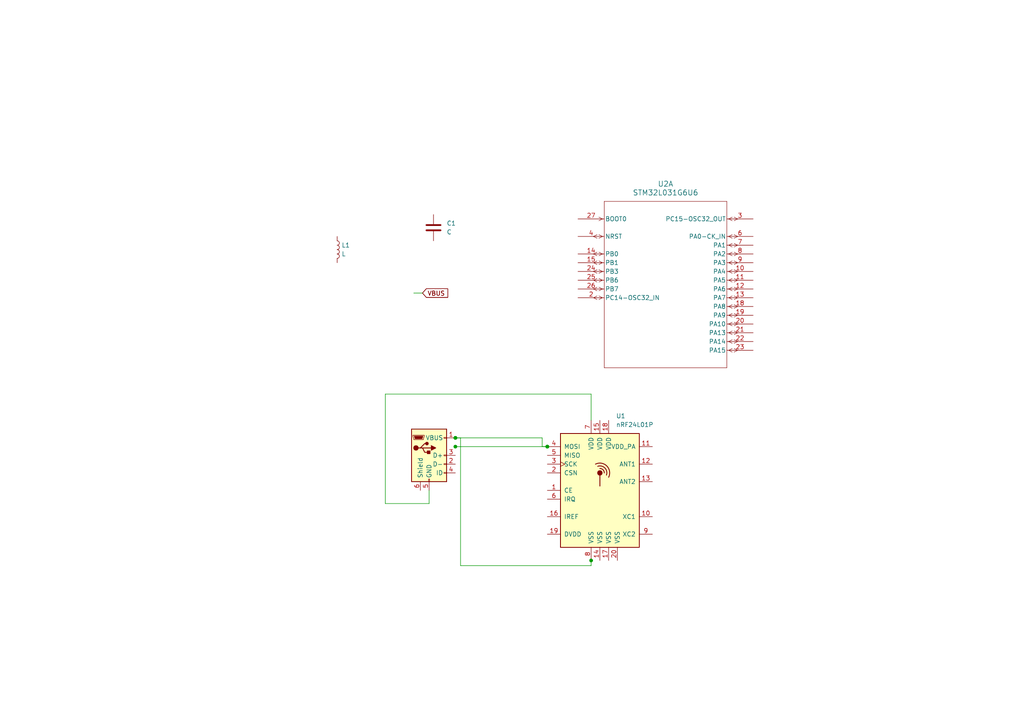
<source format=kicad_sch>
(kicad_sch (version 20250114) (generator "eeschema") (generator_version "9.0")
  (paper "A4")
  (lib_symbols
    (symbol "2025-10-06_16-47-25:STM32L031G6U6" (pin_names (offset 0.254))
      (property "Reference" "U" (at 25.4 10.16 0))
      (property "Value" "STM32L031G6U6" (at 25.4 7.62 0))
      (symbol "STM32L031G6U6_1_1"
        (polyline (pts (xy 5.5372 -4.5593) (xy 4.4958 -5.08)) (stroke (width 0.127)))
        (polyline (pts (xy 5.5372 -5.6007) (xy 4.4958 -5.08)) (stroke (width 0.127)))
        (polyline (pts (xy 5.5372 -9.6393) (xy 4.4958 -10.16)) (stroke (width 0.127)))
        (polyline (pts (xy 5.5372 -10.6807) (xy 4.4958 -10.16)) (stroke (width 0.127)))
        (polyline (pts (xy 5.5372 -12.1793) (xy 4.4958 -12.7)) (stroke (width 0.127)))
        (polyline (pts (xy 5.5372 -13.2207) (xy 4.4958 -12.7)) (stroke (width 0.127)))
        (polyline (pts (xy 5.5372 -14.7193) (xy 4.4958 -15.24)) (stroke (width 0.127)))
        (polyline (pts (xy 5.5372 -15.7607) (xy 4.4958 -15.24)) (stroke (width 0.127)))
        (polyline (pts (xy 5.5372 -17.2593) (xy 4.4958 -17.78)) (stroke (width 0.127)))
        (polyline (pts (xy 5.5372 -18.3007) (xy 4.4958 -17.78)) (stroke (width 0.127)))
        (polyline (pts (xy 5.5372 -19.7993) (xy 4.4958 -20.32)) (stroke (width 0.127)))
        (polyline (pts (xy 5.5372 -20.8407) (xy 4.4958 -20.32)) (stroke (width 0.127)))
        (polyline (pts (xy 5.5372 -22.3393) (xy 4.4958 -22.86)) (stroke (width 0.127)))
        (polyline (pts (xy 5.5372 -23.3807) (xy 4.4958 -22.86)) (stroke (width 0.127)))
        (polyline (pts (xy 7.0993 0) (xy 6.0579 0.5207)) (stroke (width 0.127)))
        (polyline (pts (xy 7.0993 0) (xy 6.0579 -0.5207)) (stroke (width 0.127)))
        (polyline (pts (xy 7.0993 -5.08) (xy 6.0579 -4.5593)) (stroke (width 0.127)))
        (polyline (pts (xy 7.0993 -5.08) (xy 6.0579 -5.6007)) (stroke (width 0.127)))
        (polyline (pts (xy 7.0993 -10.16) (xy 6.0579 -9.6393)) (stroke (width 0.127)))
        (polyline (pts (xy 7.0993 -10.16) (xy 6.0579 -10.6807)) (stroke (width 0.127)))
        (polyline (pts (xy 7.0993 -12.7) (xy 6.0579 -12.1793)) (stroke (width 0.127)))
        (polyline (pts (xy 7.0993 -12.7) (xy 6.0579 -13.2207)) (stroke (width 0.127)))
        (polyline (pts (xy 7.0993 -15.24) (xy 6.0579 -14.7193)) (stroke (width 0.127)))
        (polyline (pts (xy 7.0993 -15.24) (xy 6.0579 -15.7607)) (stroke (width 0.127)))
        (polyline (pts (xy 7.0993 -17.78) (xy 6.0579 -17.2593)) (stroke (width 0.127)))
        (polyline (pts (xy 7.0993 -17.78) (xy 6.0579 -18.3007)) (stroke (width 0.127)))
        (polyline (pts (xy 7.0993 -20.32) (xy 6.0579 -19.7993)) (stroke (width 0.127)))
        (polyline (pts (xy 7.0993 -20.32) (xy 6.0579 -20.8407)) (stroke (width 0.127)))
        (polyline (pts (xy 7.0993 -22.86) (xy 6.0579 -22.3393)) (stroke (width 0.127)))
        (polyline (pts (xy 7.0993 -22.86) (xy 6.0579 -23.3807)) (stroke (width 0.127)))
        (polyline (pts (xy 7.62 5.08) (xy 7.62 -43.18)) (stroke (width 0.127)))
        (polyline (pts (xy 7.62 -43.18) (xy 43.18 -43.18)) (stroke (width 0.127)))
        (polyline (pts (xy 43.18 5.08) (xy 7.62 5.08)) (stroke (width 0.127)))
        (polyline (pts (xy 43.18 -43.18) (xy 43.18 5.08)) (stroke (width 0.127)))
        (polyline (pts (xy 43.7007 0) (xy 44.7421 0.5207)) (stroke (width 0.127)))
        (polyline (pts (xy 43.7007 0) (xy 44.7421 -0.5207)) (stroke (width 0.127)))
        (polyline (pts (xy 43.7007 -5.08) (xy 44.7421 -4.5593)) (stroke (width 0.127)))
        (polyline (pts (xy 43.7007 -5.08) (xy 44.7421 -5.6007)) (stroke (width 0.127)))
        (polyline (pts (xy 43.7007 -7.62) (xy 44.7421 -7.0993)) (stroke (width 0.127)))
        (polyline (pts (xy 43.7007 -7.62) (xy 44.7421 -8.1407)) (stroke (width 0.127)))
        (polyline (pts (xy 43.7007 -10.16) (xy 44.7421 -9.6393)) (stroke (width 0.127)))
        (polyline (pts (xy 43.7007 -10.16) (xy 44.7421 -10.6807)) (stroke (width 0.127)))
        (polyline (pts (xy 43.7007 -12.7) (xy 44.7421 -12.1793)) (stroke (width 0.127)))
        (polyline (pts (xy 43.7007 -12.7) (xy 44.7421 -13.2207)) (stroke (width 0.127)))
        (polyline (pts (xy 43.7007 -15.24) (xy 44.7421 -14.7193)) (stroke (width 0.127)))
        (polyline (pts (xy 43.7007 -15.24) (xy 44.7421 -15.7607)) (stroke (width 0.127)))
        (polyline (pts (xy 43.7007 -17.78) (xy 44.7421 -17.2593)) (stroke (width 0.127)))
        (polyline (pts (xy 43.7007 -17.78) (xy 44.7421 -18.3007)) (stroke (width 0.127)))
        (polyline (pts (xy 43.7007 -20.32) (xy 44.7421 -19.7993)) (stroke (width 0.127)))
        (polyline (pts (xy 43.7007 -20.32) (xy 44.7421 -20.8407)) (stroke (width 0.127)))
        (polyline (pts (xy 43.7007 -22.86) (xy 44.7421 -22.3393)) (stroke (width 0.127)))
        (polyline (pts (xy 43.7007 -22.86) (xy 44.7421 -23.3807)) (stroke (width 0.127)))
        (polyline (pts (xy 43.7007 -25.4) (xy 44.7421 -24.8793)) (stroke (width 0.127)))
        (polyline (pts (xy 43.7007 -25.4) (xy 44.7421 -25.9207)) (stroke (width 0.127)))
        (polyline (pts (xy 43.7007 -27.94) (xy 44.7421 -27.4193)) (stroke (width 0.127)))
        (polyline (pts (xy 43.7007 -27.94) (xy 44.7421 -28.4607)) (stroke (width 0.127)))
        (polyline (pts (xy 43.7007 -30.48) (xy 44.7421 -29.9593)) (stroke (width 0.127)))
        (polyline (pts (xy 43.7007 -30.48) (xy 44.7421 -31.0007)) (stroke (width 0.127)))
        (polyline (pts (xy 43.7007 -33.02) (xy 44.7421 -32.4993)) (stroke (width 0.127)))
        (polyline (pts (xy 43.7007 -33.02) (xy 44.7421 -33.5407)) (stroke (width 0.127)))
        (polyline (pts (xy 43.7007 -35.56) (xy 44.7421 -35.0393)) (stroke (width 0.127)))
        (polyline (pts (xy 43.7007 -35.56) (xy 44.7421 -36.0807)) (stroke (width 0.127)))
        (polyline (pts (xy 43.7007 -38.1) (xy 44.7421 -37.5793)) (stroke (width 0.127)))
        (polyline (pts (xy 43.7007 -38.1) (xy 44.7421 -38.6207)) (stroke (width 0.127)))
        (polyline (pts (xy 45.2628 0.5207) (xy 46.3042 0)) (stroke (width 0.127)))
        (polyline (pts (xy 45.2628 -0.5207) (xy 46.3042 0)) (stroke (width 0.127)))
        (polyline (pts (xy 45.2628 -4.5593) (xy 46.3042 -5.08)) (stroke (width 0.127)))
        (polyline (pts (xy 45.2628 -5.6007) (xy 46.3042 -5.08)) (stroke (width 0.127)))
        (polyline (pts (xy 45.2628 -7.0993) (xy 46.3042 -7.62)) (stroke (width 0.127)))
        (polyline (pts (xy 45.2628 -8.1407) (xy 46.3042 -7.62)) (stroke (width 0.127)))
        (polyline (pts (xy 45.2628 -9.6393) (xy 46.3042 -10.16)) (stroke (width 0.127)))
        (polyline (pts (xy 45.2628 -10.6807) (xy 46.3042 -10.16)) (stroke (width 0.127)))
        (polyline (pts (xy 45.2628 -12.1793) (xy 46.3042 -12.7)) (stroke (width 0.127)))
        (polyline (pts (xy 45.2628 -13.2207) (xy 46.3042 -12.7)) (stroke (width 0.127)))
        (polyline (pts (xy 45.2628 -14.7193) (xy 46.3042 -15.24)) (stroke (width 0.127)))
        (polyline (pts (xy 45.2628 -15.7607) (xy 46.3042 -15.24)) (stroke (width 0.127)))
        (polyline (pts (xy 45.2628 -17.2593) (xy 46.3042 -17.78)) (stroke (width 0.127)))
        (polyline (pts (xy 45.2628 -18.3007) (xy 46.3042 -17.78)) (stroke (width 0.127)))
        (polyline (pts (xy 45.2628 -19.7993) (xy 46.3042 -20.32)) (stroke (width 0.127)))
        (polyline (pts (xy 45.2628 -20.8407) (xy 46.3042 -20.32)) (stroke (width 0.127)))
        (polyline (pts (xy 45.2628 -22.3393) (xy 46.3042 -22.86)) (stroke (width 0.127)))
        (polyline (pts (xy 45.2628 -23.3807) (xy 46.3042 -22.86)) (stroke (width 0.127)))
        (polyline (pts (xy 45.2628 -24.8793) (xy 46.3042 -25.4)) (stroke (width 0.127)))
        (polyline (pts (xy 45.2628 -25.9207) (xy 46.3042 -25.4)) (stroke (width 0.127)))
        (polyline (pts (xy 45.2628 -27.4193) (xy 46.3042 -27.94)) (stroke (width 0.127)))
        (polyline (pts (xy 45.2628 -28.4607) (xy 46.3042 -27.94)) (stroke (width 0.127)))
        (polyline (pts (xy 45.2628 -29.9593) (xy 46.3042 -30.48)) (stroke (width 0.127)))
        (polyline (pts (xy 45.2628 -31.0007) (xy 46.3042 -30.48)) (stroke (width 0.127)))
        (polyline (pts (xy 45.2628 -32.4993) (xy 46.3042 -33.02)) (stroke (width 0.127)))
        (polyline (pts (xy 45.2628 -33.5407) (xy 46.3042 -33.02)) (stroke (width 0.127)))
        (polyline (pts (xy 45.2628 -35.0393) (xy 46.3042 -35.56)) (stroke (width 0.127)))
        (polyline (pts (xy 45.2628 -36.0807) (xy 46.3042 -35.56)) (stroke (width 0.127)))
        (polyline (pts (xy 45.2628 -37.5793) (xy 46.3042 -38.1)) (stroke (width 0.127)))
        (polyline (pts (xy 45.2628 -38.6207) (xy 46.3042 -38.1)) (stroke (width 0.127)))
        (pin input line (at 0 0 0) (length 7.62) (name "BOOT0") (number "27"))
        (pin bidirectional line (at 0 -5.08 0) (length 7.62) (name "NRST") (number "4"))
        (pin bidirectional line (at 0 -10.16 0) (length 7.62) (name "PB0") (number "14"))
        (pin bidirectional line (at 0 -12.7 0) (length 7.62) (name "PB1") (number "15"))
        (pin bidirectional line (at 0 -15.24 0) (length 7.62) (name "PB3") (number "24"))
        (pin bidirectional line (at 0 -17.78 0) (length 7.62) (name "PB6") (number "25"))
        (pin bidirectional line (at 0 -20.32 0) (length 7.62) (name "PB7") (number "26"))
        (pin bidirectional line (at 0 -22.86 0) (length 7.62) (name "PC14-OSC32_IN") (number "2"))
        (pin bidirectional line (at 50.8 0 180) (length 7.62) (name "PC15-OSC32_OUT") (number "3"))
        (pin bidirectional line (at 50.8 -5.08 180) (length 7.62) (name "PA0-CK_IN") (number "6"))
        (pin bidirectional line (at 50.8 -7.62 180) (length 7.62) (name "PA1") (number "7"))
        (pin bidirectional line (at 50.8 -10.16 180) (length 7.62) (name "PA2") (number "8"))
        (pin bidirectional line (at 50.8 -12.7 180) (length 7.62) (name "PA3") (number "9"))
        (pin bidirectional line (at 50.8 -15.24 180) (length 7.62) (name "PA4") (number "10"))
        (pin bidirectional line (at 50.8 -17.78 180) (length 7.62) (name "PA5") (number "11"))
        (pin bidirectional line (at 50.8 -20.32 180) (length 7.62) (name "PA6") (number "12"))
        (pin bidirectional line (at 50.8 -22.86 180) (length 7.62) (name "PA7") (number "13"))
        (pin bidirectional line (at 50.8 -25.4 180) (length 7.62) (name "PA8") (number "18"))
        (pin bidirectional line (at 50.8 -27.94 180) (length 7.62) (name "PA9") (number "19"))
        (pin bidirectional line (at 50.8 -30.48 180) (length 7.62) (name "PA10") (number "20"))
        (pin bidirectional line (at 50.8 -33.02 180) (length 7.62) (name "PA13") (number "21"))
        (pin bidirectional line (at 50.8 -35.56 180) (length 7.62) (name "PA14") (number "22"))
        (pin bidirectional line (at 50.8 -38.1 180) (length 7.62) (name "PA15") (number "23"))
      )
      (symbol "STM32L031G6U6_2_1"
        (polyline (pts (xy 7.62 7.62) (xy 7.62 -17.78)) (stroke (width 0.127)))
        (polyline (pts (xy 7.62 -17.78) (xy 33.02 -17.78)) (stroke (width 0.127)))
        (polyline (pts (xy 33.02 7.62) (xy 7.62 7.62)) (stroke (width 0.127)))
        (polyline (pts (xy 33.02 -17.78) (xy 33.02 7.62)) (stroke (width 0.127)))
        (pin power_in line (at 0 0 0) (length 7.62) (name "VDD") (number "1"))
        (pin power_in line (at 0 -2.54 0) (length 7.62) (name "VDD") (number "17"))
        (pin power_in line (at 0 -5.08 0) (length 7.62) (name "VDDA") (number "5"))
        (pin power_in line (at 0 -10.16 0) (length 7.62) (name "VSS") (number "16"))
        (pin power_in line (at 0 -12.7 0) (length 7.62) (name "VSS") (number "28"))
      )
    )
    (symbol "Connector:USB_B_Micro" (pin_names (offset 1.016))
      (property "Reference" "J" (at -5.08 11.43 0))
      (property "Value" "USB_B_Micro" (at -5.08 8.89 0))
      (symbol "USB_B_Micro_0_1"
        (rectangle (start -5.08 -7.62) (end 5.08 7.62) (stroke (width 0.254)) (fill (type background)))
        (polyline (pts (xy -4.699 5.842) (xy -4.699 5.588) (xy -4.445 4.826) (xy -4.445 4.572) (xy -1.651 4.572) (xy -1.651 4.826) (xy -1.397 5.588) (xy -1.397 5.842) (xy -4.699 5.842)))
        (polyline (pts (xy -4.318 5.588) (xy -1.778 5.588) (xy -2.032 4.826) (xy -4.064 4.826) (xy -4.318 5.588)) (fill (type outline)))
        (circle (center -3.81 2.159) (radius 0.635) (stroke (width 0.254)) (fill (type outline)))
        (polyline (pts (xy -3.175 2.159) (xy -2.54 2.159) (xy -1.27 3.429) (xy -0.635 3.429)) (stroke (width 0.254)))
        (polyline (pts (xy -2.54 2.159) (xy -1.905 2.159) (xy -1.27 0.889) (xy 0 0.889)) (stroke (width 0.254)))
        (polyline (pts (xy -1.905 2.159) (xy 0.635 2.159)) (stroke (width 0.254)))
        (circle (center -0.635 3.429) (radius 0.381) (stroke (width 0.254)) (fill (type outline)))
        (rectangle (start -0.127 -7.62) (end 0.127 -6.858))
        (rectangle (start 0.254 1.27) (end -0.508 0.508) (stroke (width 0.254)) (fill (type outline)))
        (polyline (pts (xy 0.635 2.794) (xy 0.635 1.524) (xy 1.905 2.159) (xy 0.635 2.794)) (stroke (width 0.254)) (fill (type outline)))
        (rectangle (start 5.08 4.953) (end 4.318 5.207))
        (rectangle (start 5.08 -0.127) (end 4.318 0.127))
        (rectangle (start 5.08 -2.667) (end 4.318 -2.413))
        (rectangle (start 5.08 -5.207) (end 4.318 -4.953))
      )
      (symbol "USB_B_Micro_1_1"
        (pin passive line (at -2.54 -10.16 90) (length 2.54) (name "Shield") (number "6"))
        (pin power_out line (at 0 -10.16 90) (length 2.54) (name "GND") (number "5"))
        (pin power_out line (at 7.62 5.08 180) (length 2.54) (name "VBUS") (number "1"))
        (pin bidirectional line (at 7.62 0 180) (length 2.54) (name "D+") (number "3"))
        (pin bidirectional line (at 7.62 -2.54 180) (length 2.54) (name "D-") (number "2"))
        (pin passive line (at 7.62 -5.08 180) (length 2.54) (name "ID") (number "4"))
      )
    )
    (symbol "Device:C" (pin_numbers (hide yes)) (pin_names (offset 0.254))
      (property "Reference" "C" (at 0.635 2.54 0))
      (property "Value" "C" (at 0.635 -2.54 0))
      (symbol "C_0_1"
        (polyline (pts (xy -2.032 0.762) (xy 2.032 0.762)) (stroke (width 0.508)))
        (polyline (pts (xy -2.032 -0.762) (xy 2.032 -0.762)) (stroke (width 0.508)))
      )
      (symbol "C_1_1"
        (pin passive line (at 0 3.81 270) (length 2.794) (name "~") (number "1"))
        (pin passive line (at 0 -3.81 90) (length 2.794) (name "~") (number "2"))
      )
    )
    (symbol "Device:L" (pin_numbers (hide yes)) (pin_names (offset 1.016) (hide yes))
      (property "Reference" "L" (at -1.27 0 90))
      (property "Value" "L" (at 1.905 0 90))
      (symbol "L_0_1"
        (arc (start 0 2.54) (mid 0.6323 1.905) (end 0 1.27))
        (arc (start 0 1.27) (mid 0.6323 0.635) (end 0 0))
        (arc (start 0 0) (mid 0.6323 -0.635) (end 0 -1.27))
        (arc (start 0 -1.27) (mid 0.6323 -1.905) (end 0 -2.54))
      )
      (symbol "L_1_1"
        (pin passive line (at 0 3.81 270) (length 1.27) (name "1") (number "1"))
        (pin passive line (at 0 -3.81 90) (length 1.27) (name "2") (number "2"))
      )
    )
    (symbol "RF:nRF24L01P" (pin_names (offset 1.016))
      (property "Reference" "U" (at -11.43 17.78 0))
      (property "Value" "nRF24L01P" (at 5.08 17.78 0))
      (symbol "nRF24L01P_0_1"
        (rectangle (start -11.43 16.51) (end 11.43 -16.51) (stroke (width 0.254)) (fill (type background)))
        (arc (start -1.27 7.62) (mid 2.008 7.088) (end 2.54 3.81) (stroke (width 0.254)))
        (circle (center 0 5.08) (radius 0.635) (stroke (width 0.254)) (fill (type outline)))
        (polyline (pts (xy 0 4.445) (xy 0 1.27)) (stroke (width 0.254)))
        (arc (start -0.635 6.985) (mid 1.4383 6.5183) (end 1.905 4.445) (stroke (width 0.254)))
        (arc (start 0 6.35) (mid 0.9108 5.9908) (end 1.27 5.08) (stroke (width 0.254)))
        (rectangle (start 11.43 -13.97) (end 11.43 -13.97))
      )
      (symbol "nRF24L01P_1_1"
        (pin input line (at -15.24 12.7 0) (length 3.81) (name "MOSI") (number "4"))
        (pin output line (at -15.24 10.16 0) (length 3.81) (name "MISO") (number "5"))
        (pin input clock (at -15.24 7.62 0) (length 3.81) (name "SCK") (number "3"))
        (pin input line (at -15.24 5.08 0) (length 3.81) (name "CSN") (number "2"))
        (pin input line (at -15.24 0 0) (length 3.81) (name "CE") (number "1"))
        (pin output line (at -15.24 -2.54 0) (length 3.81) (name "IRQ") (number "6"))
        (pin passive line (at -15.24 -7.62 0) (length 3.81) (name "IREF") (number "16"))
        (pin power_out line (at -15.24 -12.7 0) (length 3.81) (name "DVDD") (number "19"))
        (pin power_in line (at -2.54 20.32 270) (length 3.81) (name "VDD") (number "7"))
        (pin power_in line (at -2.54 -20.32 90) (length 3.81) (name "VSS") (number "8"))
        (pin power_in line (at 0 20.32 270) (length 3.81) (name "VDD") (number "15"))
        (pin power_in line (at 0 -20.32 90) (length 3.81) (name "VSS") (number "14"))
        (pin power_in line (at 2.54 20.32 270) (length 3.81) (name "VDD") (number "18"))
        (pin power_in line (at 2.54 -20.32 90) (length 3.81) (name "VSS") (number "17"))
        (pin power_in line (at 5.08 -20.32 90) (length 3.81) (name "VSS") (number "20"))
        (pin power_out line (at 15.24 12.7 180) (length 3.81) (name "VDD_PA") (number "11"))
        (pin passive line (at 15.24 7.62 180) (length 3.81) (name "ANT1") (number "12"))
        (pin passive line (at 15.24 2.54 180) (length 3.81) (name "ANT2") (number "13"))
        (pin passive line (at 15.24 -7.62 180) (length 3.81) (name "XC1") (number "10"))
        (pin passive line (at 15.24 -12.7 180) (length 3.81) (name "XC2") (number "9"))
      )
    )
  )
  (wire (pts (xy 111.76 114.3) (xy 111.76 146.05)))
  (wire (pts (xy 171.45 121.92) (xy 171.45 114.3)))
  (wire (pts (xy 120 85) (xy 122.54 85)))
  (wire (pts (xy 124.46 146.05) (xy 124.46 142.24)))
  (wire (pts (xy 111.76 146.05) (xy 124.46 146.05)))
  (wire (pts (xy 171.45 114.3) (xy 111.76 114.3)))
  (global_label "VBUS" (shape input) (at 122.54 85 0) (property "Intersheetrefs" "${INTERSHEET_REFS}" (effects (hide yes))))
  (global_label "VBUS" (shape input) (at 122.54 85 0) (property "Intersheetrefs" "${INTERSHEET_REFS}" (effects (hide yes))))
  (symbol (lib_id "Device:L") (at 97.79 72.39 0) (unit 1)
    (property "Reference" "L1" (at 99.06 71.1199 0) (effects (justify left)))
    (property "Value" "L" (at 99.06 73.6599 0) (effects (justify left)))
    (property "Description" "Inductor" (effects (hide yes)))
  )
  (symbol (lib_id "RF:nRF24L01P") (at 173.99 142.24 0) (unit 1)
    (property "Reference" "U1" (at 178.6733 120.65 0) (effects (justify left)))
    (property "Value" "nRF24L01P" (at 178.6733 123.19 0) (effects (justify left)))
    (property "Footprint" "Package_DFN_QFN:QFN-20-1EP_4x4mm_P0.5mm_EP2.5x2.5mm" (effects (hide yes)))
    (property "Datasheet" "http://www.nordicsemi.com/eng/content/download/2726/34069/file/nRF24L01P_Product_Specification_1_0.pdf" (effects (hide yes)))
    (property "Description" "nRF24L01+, Ultra low power 2.4GHz RF Transceiver, QFN20 4x4mm" (effects (hide yes)))
  )
  (symbol (lib_id "Device:C") (at 125.73 66.04 0) (unit 1)
    (property "Reference" "C1" (at 129.54 64.7699 0) (effects (justify left)))
    (property "Value" "C" (at 129.54 67.3099 0) (effects (justify left)))
    (property "Description" "Unpolarized capacitor" (effects (hide yes)))
  )
  (symbol (lib_id "Connector:USB_B_Micro") (at 124.46 132.08 0) (unit 1)
    (property "Reference" "J1" (effects (hide yes)))
    (property "Value" "USB_B_Micro" (effects (hide yes)))
    (property "Description" "USB Micro Type B connector" (effects (hide yes)))
  )
  (symbol (lib_id "2025-10-06_16-47-25:STM32L031G6U6") (at 167.64 63.5 0) (unit 1)
    (property "Reference" "U2" (at 193.04 53.34 0) (effects (font (size 1.524 1.524))))
    (property "Value" "STM32L031G6U6" (at 193.04 55.88 0) (effects (font (size 1.524 1.524))))
    (property "Footprint" "UFQFPN28-4x4mm" (effects (hide yes)))
    (property "Datasheet" "https://www.st.com/resource/en/datasheet/stm32l031g4.pdf" (effects (hide yes)))
  )
  (junction (at 132.07999999999998 127.00000000000001))
  (junction (at 171.45000000000002 162.56))
  (wire (pts (xy 132.07999999999998 127.00000000000001) (xy 133.57999999999998 127.00000000000001)))
  (wire (pts (xy 171.45000000000002 164.06) (xy 171.45000000000002 162.56)))
  (wire (pts (xy 133.57999999999998 127.00000000000001) (xy 133.57999999999998 164.06)))
  (wire (pts (xy 133.57999999999998 164.06) (xy 171.45000000000002 164.06)))
  (junction (at 132.08 129.54))
  (junction (at 158.75 129.54))
  (wire (pts (xy 132.08 129.54) (xy 133.58 129.54)))
  (wire (pts (xy 157.25 129.54) (xy 158.75 129.54)))
  (wire (pts (xy 133.58 129.54) (xy 157.25 129.54)))
  (wire (pts (xy 157.25 129.54) (xy 157.25 129.54)))
  (junction (at 132.08 127.0))
  (junction (at 158.75 129.54))
  (wire (pts (xy 132.08 127.0) (xy 133.58 127.0)))
  (wire (pts (xy 157.25 129.54) (xy 158.75 129.54)))
  (wire (pts (xy 133.58 127.0) (xy 157.25 127.0)))
  (wire (pts (xy 157.25 127.0) (xy 157.25 129.54)))
)
</source>
